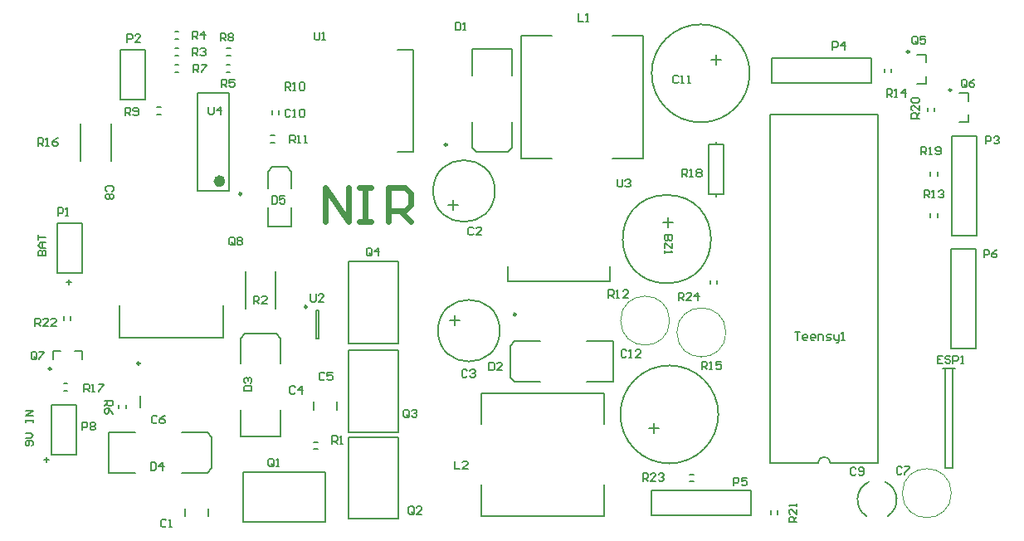
<source format=gto>
G04 Layer_Color=65535*
%FSLAX43Y43*%
%MOMM*%
G71*
G01*
G75*
%ADD57C,0.100*%
%ADD58C,0.200*%
%ADD59C,0.250*%
%ADD60C,0.600*%
D57*
X72775Y21570D02*
G03*
X72775Y21570I-2500J0D01*
G01*
X67030Y22775D02*
G03*
X67030Y22775I-2500J0D01*
G01*
X95775Y5170D02*
G03*
X95775Y5170I-2500J0D01*
G01*
D58*
X89275Y2813D02*
G03*
X89032Y6319I-1075J1687D01*
G01*
X87368D02*
G03*
X87125Y2813I832J-1819D01*
G01*
X83435Y8230D02*
G03*
X82165Y8230I-635J0D01*
G01*
X66636Y35588D02*
G03*
X66749Y35590I113J-4499D01*
G01*
X49700Y21749D02*
G03*
X49700Y21749I-3150J0D01*
G01*
X49200Y36000D02*
G03*
X49200Y36000I-3150J0D01*
G01*
X72000Y13200D02*
G03*
X72000Y13200I-5000J0D01*
G01*
X75200Y48000D02*
G03*
X75200Y48000I-5000J0D01*
G01*
X69100Y7060D02*
X69500D01*
X69100Y6360D02*
X69500D01*
X95730Y19910D02*
X98270D01*
X95730D02*
Y30070D01*
X98270Y19910D02*
Y30070D01*
X95730D02*
X98270D01*
X71800Y35431D02*
Y35660D01*
Y40740D02*
Y40969D01*
X71038Y35660D02*
X71800D01*
X71038D02*
Y40740D01*
X72562D01*
Y35660D02*
Y40740D01*
X71800Y35660D02*
X72562D01*
X60350Y2850D02*
Y6000D01*
X47850Y2850D02*
Y6000D01*
X60350Y12200D02*
Y15350D01*
X47850Y12200D02*
Y15350D01*
Y2850D02*
X60350D01*
X47850Y15350D02*
X60350D01*
X21500Y21000D02*
Y24300D01*
X10900Y21000D02*
X21500D01*
X10900D02*
Y24300D01*
X3930Y9130D02*
Y14210D01*
Y9130D02*
X6470D01*
Y14210D01*
X3930D02*
X6470D01*
X40850Y40000D02*
Y50400D01*
X39300D02*
X40850D01*
X39300Y40000D02*
X40850D01*
X22100Y36000D02*
Y46000D01*
X18900Y36000D02*
Y46000D01*
Y36000D02*
X22100D01*
X18900Y46000D02*
X22100D01*
X5250Y22800D02*
Y23200D01*
X5950Y22800D02*
Y23200D01*
X31250Y20950D02*
Y23850D01*
X30950Y20950D02*
Y23850D01*
Y20950D02*
X31250D01*
X30950Y23850D02*
X31250D01*
X88315Y8230D02*
Y43790D01*
X77285D02*
X88315D01*
X77285Y8230D02*
Y43790D01*
Y8230D02*
X82165D01*
X83435D02*
X88315D01*
X50500Y26750D02*
X60900D01*
Y28300D01*
X50500Y26750D02*
Y28300D01*
X77350Y3000D02*
Y3400D01*
X78050Y3000D02*
Y3400D01*
X94050Y44100D02*
Y44500D01*
X93350Y44100D02*
Y44500D01*
X93650Y37580D02*
Y37980D01*
X94350Y37580D02*
Y37980D01*
X93650Y33300D02*
Y33700D01*
X94350Y33300D02*
Y33700D01*
X5200Y16350D02*
X5600D01*
X5200Y15650D02*
X5600D01*
X26300Y41650D02*
X26700D01*
X26300Y40950D02*
X26700D01*
X17275Y7250D02*
X19875D01*
X20325Y7700D01*
X19875Y11355D02*
X20325Y10900D01*
X9825Y11350D02*
X12525D01*
X9825Y7250D02*
X12525D01*
X9825D02*
Y11350D01*
X20325Y7700D02*
Y10900D01*
X17275Y11350D02*
X19875D01*
X51225Y20650D02*
X53825D01*
X50775Y20200D02*
X51225Y20650D01*
X50775Y17000D02*
X51225Y16545D01*
X58575Y16550D02*
X61275D01*
X58575Y20650D02*
X61275D01*
Y16550D02*
Y20650D01*
X50775Y17000D02*
Y20200D01*
X51225Y16550D02*
X53825D01*
X89650Y48100D02*
Y48500D01*
X88950Y48100D02*
Y48500D01*
X46850Y40425D02*
Y43025D01*
Y40425D02*
X47300Y39975D01*
X50500D02*
X50955Y40425D01*
X50950Y47775D02*
Y50475D01*
X46850Y47775D02*
Y50475D01*
X50950D01*
X47300Y39975D02*
X50500D01*
X50950Y40425D02*
Y43025D01*
X66343Y32826D02*
X67359D01*
X66851Y32318D02*
Y33334D01*
X95876Y7710D02*
Y17870D01*
X95139Y7710D02*
X95876D01*
X95139Y10684D02*
Y14947D01*
Y17870D02*
X96155D01*
X94885D02*
X95876D01*
X95139Y8627D02*
Y9333D01*
Y14947D02*
Y17870D01*
Y7710D02*
Y8627D01*
Y9333D02*
Y10684D01*
X65180Y2880D02*
Y5420D01*
X75340D01*
X65180Y2880D02*
X75340D01*
Y5420D01*
X61200Y51850D02*
X64350D01*
X61200Y39350D02*
X64350D01*
X51850Y51850D02*
X55000D01*
X51850Y39350D02*
X55000D01*
X64350D02*
Y51850D01*
X51850Y39350D02*
Y51850D01*
X95830Y41590D02*
X98370D01*
Y31430D02*
Y41590D01*
X95830Y31430D02*
Y41590D01*
Y31430D02*
X98370D01*
X33100Y13700D02*
Y14500D01*
X30700Y13700D02*
Y14500D01*
X71180Y26500D02*
Y26900D01*
X71880Y26500D02*
Y26900D01*
X28400Y32400D02*
Y34300D01*
X26100Y32400D02*
Y34300D01*
Y32400D02*
X28400D01*
X26500Y38500D02*
X28000D01*
X28400Y36300D02*
Y38000D01*
X26100D02*
X26500Y38500D01*
X28000D02*
X28400Y38000D01*
X26100Y36300D02*
Y38000D01*
X6950Y39100D02*
Y42900D01*
X10050Y39100D02*
Y42900D01*
X4530Y27618D02*
Y32698D01*
Y27618D02*
X7070D01*
Y32698D01*
X4530D02*
X7070D01*
X17600Y2800D02*
Y3600D01*
X20000Y2800D02*
Y3600D01*
X11030Y45330D02*
Y50410D01*
Y45330D02*
X13570D01*
Y50410D01*
X11030D02*
X13570D01*
X27350Y18375D02*
Y20975D01*
X26900Y21425D02*
X27350Y20975D01*
X23245D02*
X23700Y21425D01*
X23250Y10925D02*
Y13625D01*
X27350Y10925D02*
Y13625D01*
X23250Y10925D02*
X27350D01*
X23700Y21425D02*
X26900D01*
X23250Y18375D02*
Y20975D01*
X77410Y47050D02*
Y49590D01*
X87570D01*
X77410Y47050D02*
X87570D01*
Y49590D01*
X14700Y44525D02*
X15100D01*
X14700Y43825D02*
X15100D01*
X26450Y43800D02*
Y44200D01*
X27150Y43800D02*
Y44200D01*
X16550Y48850D02*
X16950D01*
X16550Y48150D02*
X16950D01*
X21850Y49850D02*
X22250D01*
X21850Y50550D02*
X22250D01*
X10850Y13800D02*
Y14200D01*
X11550Y13800D02*
Y14200D01*
X21800Y48850D02*
X22200D01*
X21800Y48150D02*
X22200D01*
X16550Y51550D02*
X16950D01*
X16550Y52250D02*
X16950D01*
X96600Y46000D02*
X97500D01*
Y45200D02*
Y46000D01*
X96600Y43000D02*
X97500D01*
Y43800D01*
X4100Y18800D02*
Y19700D01*
X4900D01*
X7100Y18800D02*
Y19700D01*
X6300D02*
X7100D01*
X92300Y49900D02*
X93200D01*
Y49100D02*
Y49900D01*
X92300Y46900D02*
X93200D01*
Y47700D01*
X34255Y10888D02*
X39335D01*
X34255Y7878D02*
Y9885D01*
X34230Y2532D02*
Y6875D01*
X35506Y2532D02*
X38059D01*
X39335D02*
Y10888D01*
X38059Y2532D02*
X39335D01*
X34230D02*
X35506D01*
X34255Y6875D02*
Y7878D01*
Y9885D02*
Y10888D01*
X26850Y24000D02*
Y27800D01*
X23750Y24000D02*
Y27800D01*
X34255Y28788D02*
X39335D01*
X34255Y25778D02*
Y27785D01*
X34230Y20432D02*
Y24775D01*
X35506Y20432D02*
X38059D01*
X39335D02*
Y28788D01*
X38059Y20432D02*
X39335D01*
X34230D02*
X35506D01*
X34255Y24775D02*
Y25778D01*
Y27785D02*
Y28788D01*
X30700Y10350D02*
X31100D01*
X30700Y9650D02*
X31100D01*
X23512Y2265D02*
Y7345D01*
X24515Y2265D02*
X26522D01*
X27525Y2240D02*
X31868D01*
Y3516D02*
Y6069D01*
X23512Y7345D02*
X31868D01*
Y6069D02*
Y7345D01*
Y2240D02*
Y3516D01*
X26522Y2265D02*
X27525D01*
X23512D02*
X24515D01*
X16550Y49850D02*
X16950D01*
X16550Y50550D02*
X16950D01*
X34255Y11412D02*
X39335D01*
Y12415D02*
Y14422D01*
X39360Y15425D02*
Y19768D01*
X35531D02*
X38084D01*
X34255Y11412D02*
Y19768D01*
X35531D01*
X38084D02*
X39360D01*
X39335Y14422D02*
Y15425D01*
Y11412D02*
Y12415D01*
X13000Y13900D02*
Y15100D01*
X44619Y22830D02*
X45635D01*
X45127Y22322D02*
Y23338D01*
X44461Y34578D02*
X45477D01*
X44969Y34070D02*
Y35086D01*
X65425Y11315D02*
Y12331D01*
X64917Y11823D02*
X65933D01*
X71267Y49377D02*
X72283D01*
X71775Y48869D02*
Y49885D01*
X67934Y24831D02*
Y25631D01*
X68334D01*
X68467Y25497D01*
Y25231D01*
X68334Y25098D01*
X67934D01*
X68201D02*
X68467Y24831D01*
X69267D02*
X68734D01*
X69267Y25364D01*
Y25497D01*
X69134Y25631D01*
X68867D01*
X68734Y25497D01*
X69933Y24831D02*
Y25631D01*
X69533Y25231D01*
X70067D01*
X64300Y6400D02*
Y7200D01*
X64700D01*
X64833Y7066D01*
Y6800D01*
X64700Y6667D01*
X64300D01*
X64567D02*
X64833Y6400D01*
X65633D02*
X65100D01*
X65633Y6933D01*
Y7066D01*
X65500Y7200D01*
X65233D01*
X65100Y7066D01*
X65899D02*
X66033Y7200D01*
X66299D01*
X66433Y7066D01*
Y6933D01*
X66299Y6800D01*
X66166D01*
X66299D01*
X66433Y6667D01*
Y6533D01*
X66299Y6400D01*
X66033D01*
X65899Y6533D01*
X67300Y31500D02*
X66500D01*
Y31100D01*
X66633Y30967D01*
X66767D01*
X66900Y31100D01*
Y31500D01*
Y31100D01*
X67033Y30967D01*
X67166D01*
X67300Y31100D01*
Y31500D01*
Y30700D02*
Y30167D01*
X67166D01*
X66633Y30700D01*
X66500D01*
Y30167D01*
Y29901D02*
Y29634D01*
Y29767D01*
X67300D01*
X67166Y29901D01*
X15683Y2366D02*
X15550Y2500D01*
X15283D01*
X15150Y2366D01*
Y1833D01*
X15283Y1700D01*
X15550D01*
X15683Y1833D01*
X15950Y1700D02*
X16216D01*
X16083D01*
Y2500D01*
X15950Y2366D01*
X47033Y32166D02*
X46900Y32300D01*
X46633D01*
X46500Y32166D01*
Y31633D01*
X46633Y31500D01*
X46900D01*
X47033Y31633D01*
X47833Y31500D02*
X47300D01*
X47833Y32033D01*
Y32166D01*
X47700Y32300D01*
X47433D01*
X47300Y32166D01*
X46383Y17666D02*
X46250Y17799D01*
X45983D01*
X45850Y17666D01*
Y17133D01*
X45983Y16999D01*
X46250D01*
X46383Y17133D01*
X46649Y17666D02*
X46783Y17799D01*
X47049D01*
X47183Y17666D01*
Y17533D01*
X47049Y17399D01*
X46916D01*
X47049D01*
X47183Y17266D01*
Y17133D01*
X47049Y16999D01*
X46783D01*
X46649Y17133D01*
X28833Y15966D02*
X28700Y16100D01*
X28433D01*
X28300Y15966D01*
Y15433D01*
X28433Y15300D01*
X28700D01*
X28833Y15433D01*
X29500Y15300D02*
Y16100D01*
X29100Y15700D01*
X29633D01*
X31833Y17366D02*
X31700Y17500D01*
X31433D01*
X31300Y17366D01*
Y16833D01*
X31433Y16700D01*
X31700D01*
X31833Y16833D01*
X32633Y17500D02*
X32100D01*
Y17100D01*
X32366Y17233D01*
X32500D01*
X32633Y17100D01*
Y16833D01*
X32500Y16700D01*
X32233D01*
X32100Y16833D01*
X14733Y12966D02*
X14600Y13100D01*
X14333D01*
X14200Y12966D01*
Y12433D01*
X14333Y12300D01*
X14600D01*
X14733Y12433D01*
X15533Y13100D02*
X15266Y12966D01*
X15000Y12700D01*
Y12433D01*
X15133Y12300D01*
X15400D01*
X15533Y12433D01*
Y12567D01*
X15400Y12700D01*
X15000D01*
X90733Y7766D02*
X90600Y7900D01*
X90333D01*
X90200Y7766D01*
Y7233D01*
X90333Y7100D01*
X90600D01*
X90733Y7233D01*
X91000Y7900D02*
X91533D01*
Y7766D01*
X91000Y7233D01*
Y7100D01*
X10166Y35967D02*
X10300Y36100D01*
Y36367D01*
X10166Y36500D01*
X9633D01*
X9500Y36367D01*
Y36100D01*
X9633Y35967D01*
X10166Y35700D02*
X10300Y35567D01*
Y35300D01*
X10166Y35167D01*
X10033D01*
X9900Y35300D01*
X9767Y35167D01*
X9633D01*
X9500Y35300D01*
Y35567D01*
X9633Y35700D01*
X9767D01*
X9900Y35567D01*
X10033Y35700D01*
X10166D01*
X9900Y35567D02*
Y35300D01*
X86033Y7666D02*
X85900Y7800D01*
X85633D01*
X85500Y7666D01*
Y7133D01*
X85633Y7000D01*
X85900D01*
X86033Y7133D01*
X86300D02*
X86433Y7000D01*
X86700D01*
X86833Y7133D01*
Y7666D01*
X86700Y7800D01*
X86433D01*
X86300Y7666D01*
Y7533D01*
X86433Y7400D01*
X86833D01*
X28333Y44216D02*
X28200Y44350D01*
X27933D01*
X27800Y44216D01*
Y43683D01*
X27933Y43550D01*
X28200D01*
X28333Y43683D01*
X28600Y43550D02*
X28866D01*
X28733D01*
Y44350D01*
X28600Y44216D01*
X29266D02*
X29399Y44350D01*
X29666D01*
X29799Y44216D01*
Y43683D01*
X29666Y43550D01*
X29399D01*
X29266Y43683D01*
Y44216D01*
X67933Y47666D02*
X67800Y47800D01*
X67533D01*
X67400Y47666D01*
Y47133D01*
X67533Y47000D01*
X67800D01*
X67933Y47133D01*
X68200Y47000D02*
X68466D01*
X68333D01*
Y47800D01*
X68200Y47666D01*
X68866Y47000D02*
X69133D01*
X68999D01*
Y47800D01*
X68866Y47666D01*
X45175Y53200D02*
Y52400D01*
X45575D01*
X45708Y52533D01*
Y53066D01*
X45575Y53200D01*
X45175D01*
X45975Y52400D02*
X46241D01*
X46108D01*
Y53200D01*
X45975Y53066D01*
X48600Y18500D02*
Y17700D01*
X49000D01*
X49133Y17833D01*
Y18366D01*
X49000Y18500D01*
X48600D01*
X49933Y17700D02*
X49400D01*
X49933Y18233D01*
Y18366D01*
X49800Y18500D01*
X49533D01*
X49400Y18366D01*
X23600Y15600D02*
X24400D01*
Y16000D01*
X24267Y16133D01*
X23734D01*
X23600Y16000D01*
Y15600D01*
X23734Y16400D02*
X23600Y16533D01*
Y16800D01*
X23734Y16933D01*
X23867D01*
X24000Y16800D01*
Y16666D01*
Y16800D01*
X24133Y16933D01*
X24267D01*
X24400Y16800D01*
Y16533D01*
X24267Y16400D01*
X14100Y8300D02*
Y7500D01*
X14500D01*
X14633Y7633D01*
Y8166D01*
X14500Y8300D01*
X14100D01*
X15300Y7500D02*
Y8300D01*
X14900Y7900D01*
X15433D01*
X26450Y35500D02*
Y34700D01*
X26850D01*
X26983Y34833D01*
Y35366D01*
X26850Y35500D01*
X26450D01*
X27783D02*
X27250D01*
Y35100D01*
X27516Y35233D01*
X27650D01*
X27783Y35100D01*
Y34833D01*
X27650Y34700D01*
X27383D01*
X27250Y34833D01*
X94883Y19200D02*
X94350D01*
Y18400D01*
X94883D01*
X94350Y18800D02*
X94617D01*
X95683Y19066D02*
X95550Y19200D01*
X95283D01*
X95150Y19066D01*
Y18933D01*
X95283Y18800D01*
X95550D01*
X95683Y18667D01*
Y18533D01*
X95550Y18400D01*
X95283D01*
X95150Y18533D01*
X95949Y18400D02*
Y19200D01*
X96349D01*
X96483Y19066D01*
Y18800D01*
X96349Y18667D01*
X95949D01*
X96749Y18400D02*
X97016D01*
X96883D01*
Y19200D01*
X96749Y19066D01*
X57700Y54100D02*
Y53300D01*
X58233D01*
X58500D02*
X58766D01*
X58633D01*
Y54100D01*
X58500Y53966D01*
X45100Y8450D02*
Y7650D01*
X45633D01*
X46433D02*
X45900D01*
X46433Y8183D01*
Y8316D01*
X46300Y8450D01*
X46033D01*
X45900Y8316D01*
X4629Y33502D02*
Y34302D01*
X5029D01*
X5163Y34168D01*
Y33902D01*
X5029Y33768D01*
X4629D01*
X5429Y33502D02*
X5696D01*
X5562D01*
Y34302D01*
X5429Y34168D01*
X11700Y51200D02*
Y52000D01*
X12100D01*
X12233Y51866D01*
Y51600D01*
X12100Y51467D01*
X11700D01*
X13033Y51200D02*
X12500D01*
X13033Y51733D01*
Y51866D01*
X12900Y52000D01*
X12633D01*
X12500Y51866D01*
X99300Y40800D02*
Y41600D01*
X99700D01*
X99833Y41466D01*
Y41200D01*
X99700Y41067D01*
X99300D01*
X100100Y41466D02*
X100233Y41600D01*
X100500D01*
X100633Y41466D01*
Y41333D01*
X100500Y41200D01*
X100366D01*
X100500D01*
X100633Y41067D01*
Y40933D01*
X100500Y40800D01*
X100233D01*
X100100Y40933D01*
X83660Y50420D02*
Y51220D01*
X84060D01*
X84193Y51086D01*
Y50820D01*
X84060Y50687D01*
X83660D01*
X84860Y50420D02*
Y51220D01*
X84460Y50820D01*
X84993D01*
X73570Y5950D02*
Y6750D01*
X73970D01*
X74103Y6616D01*
Y6350D01*
X73970Y6217D01*
X73570D01*
X74903Y6750D02*
X74370D01*
Y6350D01*
X74636Y6483D01*
X74770D01*
X74903Y6350D01*
Y6083D01*
X74770Y5950D01*
X74503D01*
X74370Y6083D01*
X99100Y29200D02*
Y30000D01*
X99500D01*
X99633Y29866D01*
Y29600D01*
X99500Y29467D01*
X99100D01*
X100433Y30000D02*
X100166Y29866D01*
X99900Y29600D01*
Y29333D01*
X100033Y29200D01*
X100300D01*
X100433Y29333D01*
Y29467D01*
X100300Y29600D01*
X99900D01*
X7100Y11600D02*
Y12400D01*
X7500D01*
X7633Y12266D01*
Y12000D01*
X7500Y11867D01*
X7100D01*
X7900Y12266D02*
X8033Y12400D01*
X8300D01*
X8433Y12266D01*
Y12133D01*
X8300Y12000D01*
X8433Y11867D01*
Y11733D01*
X8300Y11600D01*
X8033D01*
X7900Y11733D01*
Y11867D01*
X8033Y12000D01*
X7900Y12133D01*
Y12266D01*
X8033Y12000D02*
X8300D01*
X26633Y8033D02*
Y8566D01*
X26500Y8700D01*
X26233D01*
X26100Y8566D01*
Y8033D01*
X26233Y7900D01*
X26500D01*
X26367Y8167D02*
X26633Y7900D01*
X26500D02*
X26633Y8033D01*
X26900Y7900D02*
X27166D01*
X27033D01*
Y8700D01*
X26900Y8566D01*
X40933Y3133D02*
Y3666D01*
X40800Y3800D01*
X40533D01*
X40400Y3666D01*
Y3133D01*
X40533Y3000D01*
X40800D01*
X40667Y3267D02*
X40933Y3000D01*
X40800D02*
X40933Y3133D01*
X41733Y3000D02*
X41200D01*
X41733Y3533D01*
Y3666D01*
X41600Y3800D01*
X41333D01*
X41200Y3666D01*
X40433Y13033D02*
Y13566D01*
X40300Y13700D01*
X40033D01*
X39900Y13566D01*
Y13033D01*
X40033Y12900D01*
X40300D01*
X40167Y13167D02*
X40433Y12900D01*
X40300D02*
X40433Y13033D01*
X40700Y13566D02*
X40833Y13700D01*
X41100D01*
X41233Y13566D01*
Y13433D01*
X41100Y13300D01*
X40966D01*
X41100D01*
X41233Y13167D01*
Y13033D01*
X41100Y12900D01*
X40833D01*
X40700Y13033D01*
X36633Y29533D02*
Y30066D01*
X36500Y30200D01*
X36233D01*
X36100Y30066D01*
Y29533D01*
X36233Y29400D01*
X36500D01*
X36367Y29667D02*
X36633Y29400D01*
X36500D02*
X36633Y29533D01*
X37300Y29400D02*
Y30200D01*
X36900Y29800D01*
X37433D01*
X22633Y30633D02*
Y31166D01*
X22500Y31300D01*
X22233D01*
X22100Y31166D01*
Y30633D01*
X22233Y30500D01*
X22500D01*
X22367Y30767D02*
X22633Y30500D01*
X22500D02*
X22633Y30633D01*
X22900Y31166D02*
X23033Y31300D01*
X23300D01*
X23433Y31166D01*
Y31033D01*
X23300Y30900D01*
X23433Y30767D01*
Y30633D01*
X23300Y30500D01*
X23033D01*
X22900Y30633D01*
Y30767D01*
X23033Y30900D01*
X22900Y31033D01*
Y31166D01*
X23033Y30900D02*
X23300D01*
X32600Y10200D02*
Y11000D01*
X33000D01*
X33133Y10866D01*
Y10600D01*
X33000Y10467D01*
X32600D01*
X32867D02*
X33133Y10200D01*
X33400D02*
X33666D01*
X33533D01*
Y11000D01*
X33400Y10866D01*
X24600Y24500D02*
Y25300D01*
X25000D01*
X25133Y25166D01*
Y24900D01*
X25000Y24767D01*
X24600D01*
X24867D02*
X25133Y24500D01*
X25933D02*
X25400D01*
X25933Y25033D01*
Y25166D01*
X25800Y25300D01*
X25533D01*
X25400Y25166D01*
X18350Y49800D02*
Y50600D01*
X18750D01*
X18883Y50466D01*
Y50200D01*
X18750Y50067D01*
X18350D01*
X18617D02*
X18883Y49800D01*
X19150Y50466D02*
X19283Y50600D01*
X19550D01*
X19683Y50466D01*
Y50333D01*
X19550Y50200D01*
X19416D01*
X19550D01*
X19683Y50067D01*
Y49933D01*
X19550Y49800D01*
X19283D01*
X19150Y49933D01*
X18350Y51500D02*
Y52300D01*
X18750D01*
X18883Y52166D01*
Y51900D01*
X18750Y51767D01*
X18350D01*
X18617D02*
X18883Y51500D01*
X19550D02*
Y52300D01*
X19150Y51900D01*
X19683D01*
X21300Y46600D02*
Y47400D01*
X21700D01*
X21833Y47266D01*
Y47000D01*
X21700Y46867D01*
X21300D01*
X21567D02*
X21833Y46600D01*
X22633Y47400D02*
X22100D01*
Y47000D01*
X22366Y47133D01*
X22500D01*
X22633Y47000D01*
Y46733D01*
X22500Y46600D01*
X22233D01*
X22100Y46733D01*
X9400Y14600D02*
X10200D01*
Y14200D01*
X10066Y14067D01*
X9800D01*
X9667Y14200D01*
Y14600D01*
Y14333D02*
X9400Y14067D01*
X10200Y13267D02*
X10066Y13534D01*
X9800Y13800D01*
X9533D01*
X9400Y13667D01*
Y13400D01*
X9533Y13267D01*
X9667D01*
X9800Y13400D01*
Y13800D01*
X18450Y48100D02*
Y48900D01*
X18850D01*
X18983Y48766D01*
Y48500D01*
X18850Y48367D01*
X18450D01*
X18717D02*
X18983Y48100D01*
X19250Y48900D02*
X19783D01*
Y48766D01*
X19250Y48233D01*
Y48100D01*
X21200Y51300D02*
Y52100D01*
X21600D01*
X21733Y51966D01*
Y51700D01*
X21600Y51567D01*
X21200D01*
X21467D02*
X21733Y51300D01*
X22000Y51966D02*
X22133Y52100D01*
X22400D01*
X22533Y51966D01*
Y51833D01*
X22400Y51700D01*
X22533Y51567D01*
Y51433D01*
X22400Y51300D01*
X22133D01*
X22000Y51433D01*
Y51567D01*
X22133Y51700D01*
X22000Y51833D01*
Y51966D01*
X22133Y51700D02*
X22400D01*
X11500Y43700D02*
Y44500D01*
X11900D01*
X12033Y44366D01*
Y44100D01*
X11900Y43967D01*
X11500D01*
X11767D02*
X12033Y43700D01*
X12300Y43833D02*
X12433Y43700D01*
X12700D01*
X12833Y43833D01*
Y44366D01*
X12700Y44500D01*
X12433D01*
X12300Y44366D01*
Y44233D01*
X12433Y44100D01*
X12833D01*
X27800Y46300D02*
Y47100D01*
X28200D01*
X28333Y46966D01*
Y46700D01*
X28200Y46567D01*
X27800D01*
X28067D02*
X28333Y46300D01*
X28600D02*
X28866D01*
X28733D01*
Y47100D01*
X28600Y46966D01*
X29266D02*
X29399Y47100D01*
X29666D01*
X29799Y46966D01*
Y46433D01*
X29666Y46300D01*
X29399D01*
X29266Y46433D01*
Y46966D01*
X28300Y40900D02*
Y41700D01*
X28700D01*
X28833Y41566D01*
Y41300D01*
X28700Y41167D01*
X28300D01*
X28567D02*
X28833Y40900D01*
X29100D02*
X29366D01*
X29233D01*
Y41700D01*
X29100Y41566D01*
X29766Y40900D02*
X30033D01*
X29899D01*
Y41700D01*
X29766Y41566D01*
X60800Y25100D02*
Y25900D01*
X61200D01*
X61333Y25766D01*
Y25500D01*
X61200Y25367D01*
X60800D01*
X61067D02*
X61333Y25100D01*
X61600D02*
X61866D01*
X61733D01*
Y25900D01*
X61600Y25766D01*
X62799Y25100D02*
X62266D01*
X62799Y25633D01*
Y25766D01*
X62666Y25900D01*
X62399D01*
X62266Y25766D01*
X93000Y35300D02*
Y36100D01*
X93400D01*
X93533Y35966D01*
Y35700D01*
X93400Y35567D01*
X93000D01*
X93267D02*
X93533Y35300D01*
X93800D02*
X94066D01*
X93933D01*
Y36100D01*
X93800Y35966D01*
X94466D02*
X94599Y36100D01*
X94866D01*
X94999Y35966D01*
Y35833D01*
X94866Y35700D01*
X94733D01*
X94866D01*
X94999Y35567D01*
Y35433D01*
X94866Y35300D01*
X94599D01*
X94466Y35433D01*
X89200Y45600D02*
Y46400D01*
X89600D01*
X89733Y46266D01*
Y46000D01*
X89600Y45867D01*
X89200D01*
X89467D02*
X89733Y45600D01*
X90000D02*
X90266D01*
X90133D01*
Y46400D01*
X90000Y46266D01*
X91066Y45600D02*
Y46400D01*
X90666Y46000D01*
X91199D01*
X70300Y17800D02*
Y18600D01*
X70700D01*
X70833Y18466D01*
Y18200D01*
X70700Y18067D01*
X70300D01*
X70567D02*
X70833Y17800D01*
X71100D02*
X71366D01*
X71233D01*
Y18600D01*
X71100Y18466D01*
X72299Y18600D02*
X71766D01*
Y18200D01*
X72033Y18333D01*
X72166D01*
X72299Y18200D01*
Y17933D01*
X72166Y17800D01*
X71899D01*
X71766Y17933D01*
X2600Y40600D02*
Y41400D01*
X3000D01*
X3133Y41266D01*
Y41000D01*
X3000Y40867D01*
X2600D01*
X2867D02*
X3133Y40600D01*
X3400D02*
X3666D01*
X3533D01*
Y41400D01*
X3400Y41266D01*
X4599Y41400D02*
X4333Y41266D01*
X4066Y41000D01*
Y40733D01*
X4199Y40600D01*
X4466D01*
X4599Y40733D01*
Y40867D01*
X4466Y41000D01*
X4066D01*
X7300Y15500D02*
Y16300D01*
X7700D01*
X7833Y16166D01*
Y15900D01*
X7700Y15767D01*
X7300D01*
X7567D02*
X7833Y15500D01*
X8100D02*
X8366D01*
X8233D01*
Y16300D01*
X8100Y16166D01*
X8766Y16300D02*
X9299D01*
Y16166D01*
X8766Y15633D01*
Y15500D01*
X68300Y37440D02*
Y38240D01*
X68700D01*
X68833Y38106D01*
Y37840D01*
X68700Y37707D01*
X68300D01*
X68567D02*
X68833Y37440D01*
X69100D02*
X69366D01*
X69233D01*
Y38240D01*
X69100Y38106D01*
X69766D02*
X69899Y38240D01*
X70166D01*
X70299Y38106D01*
Y37973D01*
X70166Y37840D01*
X70299Y37707D01*
Y37573D01*
X70166Y37440D01*
X69899D01*
X69766Y37573D01*
Y37707D01*
X69899Y37840D01*
X69766Y37973D01*
Y38106D01*
X69899Y37840D02*
X70166D01*
X92700Y39700D02*
Y40500D01*
X93100D01*
X93233Y40366D01*
Y40100D01*
X93100Y39967D01*
X92700D01*
X92967D02*
X93233Y39700D01*
X93500D02*
X93766D01*
X93633D01*
Y40500D01*
X93500Y40366D01*
X94166Y39833D02*
X94299Y39700D01*
X94566D01*
X94699Y39833D01*
Y40366D01*
X94566Y40500D01*
X94299D01*
X94166Y40366D01*
Y40233D01*
X94299Y40100D01*
X94699D01*
X92500Y43400D02*
X91700D01*
Y43800D01*
X91834Y43933D01*
X92100D01*
X92233Y43800D01*
Y43400D01*
Y43667D02*
X92500Y43933D01*
Y44733D02*
Y44200D01*
X91967Y44733D01*
X91834D01*
X91700Y44600D01*
Y44333D01*
X91834Y44200D01*
Y44999D02*
X91700Y45133D01*
Y45399D01*
X91834Y45533D01*
X92367D01*
X92500Y45399D01*
Y45133D01*
X92367Y44999D01*
X91834D01*
X80000Y2200D02*
X79200D01*
Y2600D01*
X79334Y2733D01*
X79600D01*
X79733Y2600D01*
Y2200D01*
Y2467D02*
X80000Y2733D01*
Y3533D02*
Y3000D01*
X79467Y3533D01*
X79334D01*
X79200Y3400D01*
Y3133D01*
X79334Y3000D01*
X80000Y3799D02*
Y4066D01*
Y3933D01*
X79200D01*
X79334Y3799D01*
X2300Y22200D02*
Y23000D01*
X2700D01*
X2833Y22866D01*
Y22600D01*
X2700Y22467D01*
X2300D01*
X2567D02*
X2833Y22200D01*
X3633D02*
X3100D01*
X3633Y22733D01*
Y22866D01*
X3500Y23000D01*
X3233D01*
X3100Y22866D01*
X4433Y22200D02*
X3899D01*
X4433Y22733D01*
Y22866D01*
X4299Y23000D01*
X4033D01*
X3899Y22866D01*
X79800Y21600D02*
X80333D01*
X80067D01*
Y20800D01*
X81000D02*
X80733D01*
X80600Y20933D01*
Y21200D01*
X80733Y21333D01*
X81000D01*
X81133Y21200D01*
Y21067D01*
X80600D01*
X81799Y20800D02*
X81533D01*
X81399Y20933D01*
Y21200D01*
X81533Y21333D01*
X81799D01*
X81933Y21200D01*
Y21067D01*
X81399D01*
X82199Y20800D02*
Y21333D01*
X82599D01*
X82732Y21200D01*
Y20800D01*
X82999D02*
X83399D01*
X83532Y20933D01*
X83399Y21067D01*
X83132D01*
X82999Y21200D01*
X83132Y21333D01*
X83532D01*
X83799D02*
Y20933D01*
X83932Y20800D01*
X84332D01*
Y20667D01*
X84199Y20533D01*
X84065D01*
X84332Y20800D02*
Y21333D01*
X84598Y20800D02*
X84865D01*
X84732D01*
Y21600D01*
X84598Y21466D01*
X30800Y52200D02*
Y51533D01*
X30933Y51400D01*
X31200D01*
X31333Y51533D01*
Y52200D01*
X31600Y51400D02*
X31866D01*
X31733D01*
Y52200D01*
X31600Y52066D01*
X30400Y25500D02*
Y24833D01*
X30533Y24700D01*
X30800D01*
X30933Y24833D01*
Y25500D01*
X31733Y24700D02*
X31200D01*
X31733Y25233D01*
Y25366D01*
X31600Y25500D01*
X31333D01*
X31200Y25366D01*
X61700Y37200D02*
Y36533D01*
X61833Y36400D01*
X62100D01*
X62233Y36533D01*
Y37200D01*
X62500Y37066D02*
X62633Y37200D01*
X62900D01*
X63033Y37066D01*
Y36933D01*
X62900Y36800D01*
X62766D01*
X62900D01*
X63033Y36667D01*
Y36533D01*
X62900Y36400D01*
X62633D01*
X62500Y36533D01*
X20000Y44600D02*
Y43933D01*
X20133Y43800D01*
X20400D01*
X20533Y43933D01*
Y44600D01*
X21200Y43800D02*
Y44600D01*
X20800Y44200D01*
X21333D01*
X92333Y51133D02*
Y51666D01*
X92200Y51800D01*
X91933D01*
X91800Y51666D01*
Y51133D01*
X91933Y51000D01*
X92200D01*
X92067Y51267D02*
X92333Y51000D01*
X92200D02*
X92333Y51133D01*
X93133Y51800D02*
X92600D01*
Y51400D01*
X92866Y51533D01*
X93000D01*
X93133Y51400D01*
Y51133D01*
X93000Y51000D01*
X92733D01*
X92600Y51133D01*
X97333Y46733D02*
Y47266D01*
X97200Y47400D01*
X96933D01*
X96800Y47266D01*
Y46733D01*
X96933Y46600D01*
X97200D01*
X97067Y46867D02*
X97333Y46600D01*
X97200D02*
X97333Y46733D01*
X98133Y47400D02*
X97866Y47266D01*
X97600Y47000D01*
Y46733D01*
X97733Y46600D01*
X98000D01*
X98133Y46733D01*
Y46867D01*
X98000Y47000D01*
X97600D01*
X2433Y18933D02*
Y19466D01*
X2300Y19600D01*
X2033D01*
X1900Y19466D01*
Y18933D01*
X2033Y18800D01*
X2300D01*
X2167Y19067D02*
X2433Y18800D01*
X2300D02*
X2433Y18933D01*
X2700Y19600D02*
X3233D01*
Y19466D01*
X2700Y18933D01*
Y18800D01*
X62626Y19671D02*
X62493Y19805D01*
X62226D01*
X62093Y19671D01*
Y19138D01*
X62226Y19005D01*
X62493D01*
X62626Y19138D01*
X62893Y19005D02*
X63159D01*
X63026D01*
Y19805D01*
X62893Y19671D01*
X64092Y19005D02*
X63559D01*
X64092Y19538D01*
Y19671D01*
X63959Y19805D01*
X63692D01*
X63559Y19671D01*
X5500Y26700D02*
X6033D01*
X5767Y26966D02*
Y26433D01*
X2600Y29400D02*
X3400D01*
Y29800D01*
X3267Y29933D01*
X3133D01*
X3000Y29800D01*
Y29400D01*
Y29800D01*
X2867Y29933D01*
X2734D01*
X2600Y29800D01*
Y29400D01*
X3400Y30200D02*
X2867D01*
X2600Y30466D01*
X2867Y30733D01*
X3400D01*
X3000D01*
Y30200D01*
X2600Y30999D02*
Y31533D01*
Y31266D01*
X3400D01*
X3200Y8600D02*
X3733D01*
X3467Y8866D02*
Y8333D01*
X1967Y10000D02*
X2100Y10133D01*
Y10400D01*
X1967Y10533D01*
X1434D01*
X1300Y10400D01*
Y10133D01*
X1434Y10000D01*
X1567D01*
X1700Y10133D01*
Y10533D01*
X1300Y10800D02*
X1833D01*
X2100Y11066D01*
X1833Y11333D01*
X1300D01*
Y12399D02*
Y12666D01*
Y12533D01*
X2100D01*
Y12399D01*
Y12666D01*
Y13066D02*
X1300D01*
X2100Y13599D01*
X1300D01*
D59*
X12970Y18400D02*
G03*
X12970Y18400I-125J0D01*
G01*
X44325Y40725D02*
G03*
X44325Y40725I-125J0D01*
G01*
X23350Y35705D02*
G03*
X23350Y35705I-125J0D01*
G01*
X30025Y24175D02*
G03*
X30025Y24175I-125J0D01*
G01*
X51350Y23400D02*
G03*
X51350Y23400I-125J0D01*
G01*
X95775Y46300D02*
G03*
X95775Y46300I-125J0D01*
G01*
X3925Y17850D02*
G03*
X3925Y17850I-125J0D01*
G01*
X91475Y50200D02*
G03*
X91475Y50200I-125J0D01*
G01*
D60*
X21400Y37000D02*
G03*
X21400Y37000I-300J0D01*
G01*
X31900Y32850D02*
Y36349D01*
X34233Y32850D01*
Y36349D01*
X35399D02*
X36565D01*
X35982D01*
Y32850D01*
X35399D01*
X36565D01*
X38315D02*
Y36349D01*
X40064D01*
X40647Y35766D01*
Y34599D01*
X40064Y34016D01*
X38315D01*
X39481D02*
X40647Y32850D01*
M02*

</source>
